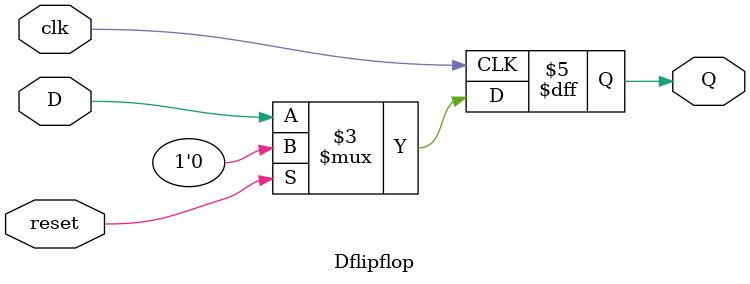
<source format=v>
module Dflipflop (clk, reset, D, Q);
  input wire clk;
  input wire reset;
  input wire D;
  output Q;

  reg Q;

  always @(posedge clk) begin
    if (reset) begin
      Q <= 1'b0; // Reseta a saída para 0
    end else begin
      Q <= D; // Atribui o valor de entrada D à saída Q
    end
  end

endmodule
</source>
